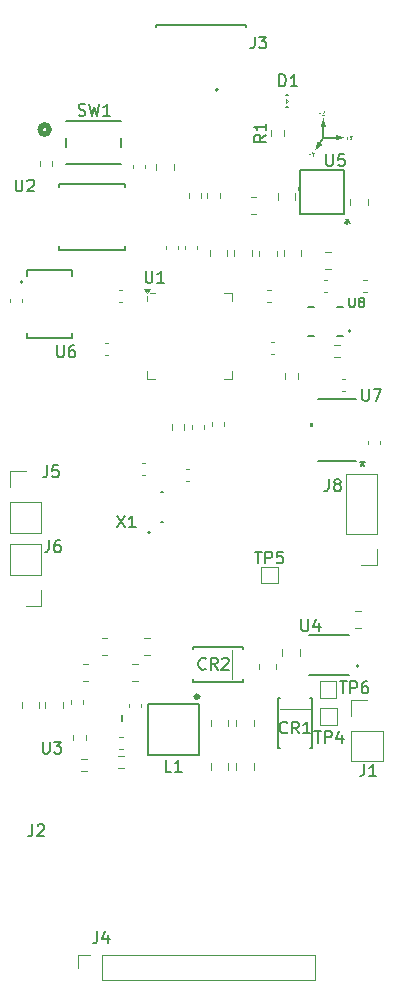
<source format=gbr>
%TF.GenerationSoftware,KiCad,Pcbnew,8.0.7*%
%TF.CreationDate,2025-01-08T02:29:51-05:00*%
%TF.ProjectId,active-drag-system-minimal,61637469-7665-42d6-9472-61672d737973,rev?*%
%TF.SameCoordinates,Original*%
%TF.FileFunction,Legend,Top*%
%TF.FilePolarity,Positive*%
%FSLAX46Y46*%
G04 Gerber Fmt 4.6, Leading zero omitted, Abs format (unit mm)*
G04 Created by KiCad (PCBNEW 8.0.7) date 2025-01-08 02:29:51*
%MOMM*%
%LPD*%
G01*
G04 APERTURE LIST*
%ADD10C,0.150000*%
%ADD11C,0.127000*%
%ADD12C,0.120000*%
%ADD13C,0.152400*%
%ADD14C,0.100000*%
%ADD15C,0.000000*%
%ADD16C,0.200000*%
%ADD17C,0.508000*%
%ADD18C,0.400000*%
G04 APERTURE END LIST*
D10*
X136238095Y-87804819D02*
X136238095Y-88614342D01*
X136238095Y-88614342D02*
X136285714Y-88709580D01*
X136285714Y-88709580D02*
X136333333Y-88757200D01*
X136333333Y-88757200D02*
X136428571Y-88804819D01*
X136428571Y-88804819D02*
X136619047Y-88804819D01*
X136619047Y-88804819D02*
X136714285Y-88757200D01*
X136714285Y-88757200D02*
X136761904Y-88709580D01*
X136761904Y-88709580D02*
X136809523Y-88614342D01*
X136809523Y-88614342D02*
X136809523Y-87804819D01*
X137714285Y-87804819D02*
X137523809Y-87804819D01*
X137523809Y-87804819D02*
X137428571Y-87852438D01*
X137428571Y-87852438D02*
X137380952Y-87900057D01*
X137380952Y-87900057D02*
X137285714Y-88042914D01*
X137285714Y-88042914D02*
X137238095Y-88233390D01*
X137238095Y-88233390D02*
X137238095Y-88614342D01*
X137238095Y-88614342D02*
X137285714Y-88709580D01*
X137285714Y-88709580D02*
X137333333Y-88757200D01*
X137333333Y-88757200D02*
X137428571Y-88804819D01*
X137428571Y-88804819D02*
X137619047Y-88804819D01*
X137619047Y-88804819D02*
X137714285Y-88757200D01*
X137714285Y-88757200D02*
X137761904Y-88709580D01*
X137761904Y-88709580D02*
X137809523Y-88614342D01*
X137809523Y-88614342D02*
X137809523Y-88376247D01*
X137809523Y-88376247D02*
X137761904Y-88281009D01*
X137761904Y-88281009D02*
X137714285Y-88233390D01*
X137714285Y-88233390D02*
X137619047Y-88185771D01*
X137619047Y-88185771D02*
X137428571Y-88185771D01*
X137428571Y-88185771D02*
X137333333Y-88233390D01*
X137333333Y-88233390D02*
X137285714Y-88281009D01*
X137285714Y-88281009D02*
X137238095Y-88376247D01*
X132738095Y-73754819D02*
X132738095Y-74564342D01*
X132738095Y-74564342D02*
X132785714Y-74659580D01*
X132785714Y-74659580D02*
X132833333Y-74707200D01*
X132833333Y-74707200D02*
X132928571Y-74754819D01*
X132928571Y-74754819D02*
X133119047Y-74754819D01*
X133119047Y-74754819D02*
X133214285Y-74707200D01*
X133214285Y-74707200D02*
X133261904Y-74659580D01*
X133261904Y-74659580D02*
X133309523Y-74564342D01*
X133309523Y-74564342D02*
X133309523Y-73754819D01*
X133738095Y-73850057D02*
X133785714Y-73802438D01*
X133785714Y-73802438D02*
X133880952Y-73754819D01*
X133880952Y-73754819D02*
X134119047Y-73754819D01*
X134119047Y-73754819D02*
X134214285Y-73802438D01*
X134214285Y-73802438D02*
X134261904Y-73850057D01*
X134261904Y-73850057D02*
X134309523Y-73945295D01*
X134309523Y-73945295D02*
X134309523Y-74040533D01*
X134309523Y-74040533D02*
X134261904Y-74183390D01*
X134261904Y-74183390D02*
X133690476Y-74754819D01*
X133690476Y-74754819D02*
X134309523Y-74754819D01*
X148833333Y-115159580D02*
X148785714Y-115207200D01*
X148785714Y-115207200D02*
X148642857Y-115254819D01*
X148642857Y-115254819D02*
X148547619Y-115254819D01*
X148547619Y-115254819D02*
X148404762Y-115207200D01*
X148404762Y-115207200D02*
X148309524Y-115111961D01*
X148309524Y-115111961D02*
X148261905Y-115016723D01*
X148261905Y-115016723D02*
X148214286Y-114826247D01*
X148214286Y-114826247D02*
X148214286Y-114683390D01*
X148214286Y-114683390D02*
X148261905Y-114492914D01*
X148261905Y-114492914D02*
X148309524Y-114397676D01*
X148309524Y-114397676D02*
X148404762Y-114302438D01*
X148404762Y-114302438D02*
X148547619Y-114254819D01*
X148547619Y-114254819D02*
X148642857Y-114254819D01*
X148642857Y-114254819D02*
X148785714Y-114302438D01*
X148785714Y-114302438D02*
X148833333Y-114350057D01*
X149833333Y-115254819D02*
X149500000Y-114778628D01*
X149261905Y-115254819D02*
X149261905Y-114254819D01*
X149261905Y-114254819D02*
X149642857Y-114254819D01*
X149642857Y-114254819D02*
X149738095Y-114302438D01*
X149738095Y-114302438D02*
X149785714Y-114350057D01*
X149785714Y-114350057D02*
X149833333Y-114445295D01*
X149833333Y-114445295D02*
X149833333Y-114588152D01*
X149833333Y-114588152D02*
X149785714Y-114683390D01*
X149785714Y-114683390D02*
X149738095Y-114731009D01*
X149738095Y-114731009D02*
X149642857Y-114778628D01*
X149642857Y-114778628D02*
X149261905Y-114778628D01*
X150214286Y-114350057D02*
X150261905Y-114302438D01*
X150261905Y-114302438D02*
X150357143Y-114254819D01*
X150357143Y-114254819D02*
X150595238Y-114254819D01*
X150595238Y-114254819D02*
X150690476Y-114302438D01*
X150690476Y-114302438D02*
X150738095Y-114350057D01*
X150738095Y-114350057D02*
X150785714Y-114445295D01*
X150785714Y-114445295D02*
X150785714Y-114540533D01*
X150785714Y-114540533D02*
X150738095Y-114683390D01*
X150738095Y-114683390D02*
X150166667Y-115254819D01*
X150166667Y-115254819D02*
X150785714Y-115254819D01*
X162088095Y-91504819D02*
X162088095Y-92314342D01*
X162088095Y-92314342D02*
X162135714Y-92409580D01*
X162135714Y-92409580D02*
X162183333Y-92457200D01*
X162183333Y-92457200D02*
X162278571Y-92504819D01*
X162278571Y-92504819D02*
X162469047Y-92504819D01*
X162469047Y-92504819D02*
X162564285Y-92457200D01*
X162564285Y-92457200D02*
X162611904Y-92409580D01*
X162611904Y-92409580D02*
X162659523Y-92314342D01*
X162659523Y-92314342D02*
X162659523Y-91504819D01*
X163040476Y-91504819D02*
X163707142Y-91504819D01*
X163707142Y-91504819D02*
X163278571Y-92504819D01*
X162100000Y-97554819D02*
X162100000Y-97792914D01*
X161861905Y-97697676D02*
X162100000Y-97792914D01*
X162100000Y-97792914D02*
X162338095Y-97697676D01*
X161957143Y-97983390D02*
X162100000Y-97792914D01*
X162100000Y-97792914D02*
X162242857Y-97983390D01*
X160185895Y-116254819D02*
X160757323Y-116254819D01*
X160471609Y-117254819D02*
X160471609Y-116254819D01*
X161090657Y-117254819D02*
X161090657Y-116254819D01*
X161090657Y-116254819D02*
X161471609Y-116254819D01*
X161471609Y-116254819D02*
X161566847Y-116302438D01*
X161566847Y-116302438D02*
X161614466Y-116350057D01*
X161614466Y-116350057D02*
X161662085Y-116445295D01*
X161662085Y-116445295D02*
X161662085Y-116588152D01*
X161662085Y-116588152D02*
X161614466Y-116683390D01*
X161614466Y-116683390D02*
X161566847Y-116731009D01*
X161566847Y-116731009D02*
X161471609Y-116778628D01*
X161471609Y-116778628D02*
X161090657Y-116778628D01*
X162519228Y-116254819D02*
X162328752Y-116254819D01*
X162328752Y-116254819D02*
X162233514Y-116302438D01*
X162233514Y-116302438D02*
X162185895Y-116350057D01*
X162185895Y-116350057D02*
X162090657Y-116492914D01*
X162090657Y-116492914D02*
X162043038Y-116683390D01*
X162043038Y-116683390D02*
X162043038Y-117064342D01*
X162043038Y-117064342D02*
X162090657Y-117159580D01*
X162090657Y-117159580D02*
X162138276Y-117207200D01*
X162138276Y-117207200D02*
X162233514Y-117254819D01*
X162233514Y-117254819D02*
X162423990Y-117254819D01*
X162423990Y-117254819D02*
X162519228Y-117207200D01*
X162519228Y-117207200D02*
X162566847Y-117159580D01*
X162566847Y-117159580D02*
X162614466Y-117064342D01*
X162614466Y-117064342D02*
X162614466Y-116826247D01*
X162614466Y-116826247D02*
X162566847Y-116731009D01*
X162566847Y-116731009D02*
X162519228Y-116683390D01*
X162519228Y-116683390D02*
X162423990Y-116635771D01*
X162423990Y-116635771D02*
X162233514Y-116635771D01*
X162233514Y-116635771D02*
X162138276Y-116683390D01*
X162138276Y-116683390D02*
X162090657Y-116731009D01*
X162090657Y-116731009D02*
X162043038Y-116826247D01*
X135416666Y-97954819D02*
X135416666Y-98669104D01*
X135416666Y-98669104D02*
X135369047Y-98811961D01*
X135369047Y-98811961D02*
X135273809Y-98907200D01*
X135273809Y-98907200D02*
X135130952Y-98954819D01*
X135130952Y-98954819D02*
X135035714Y-98954819D01*
X136369047Y-97954819D02*
X135892857Y-97954819D01*
X135892857Y-97954819D02*
X135845238Y-98431009D01*
X135845238Y-98431009D02*
X135892857Y-98383390D01*
X135892857Y-98383390D02*
X135988095Y-98335771D01*
X135988095Y-98335771D02*
X136226190Y-98335771D01*
X136226190Y-98335771D02*
X136321428Y-98383390D01*
X136321428Y-98383390D02*
X136369047Y-98431009D01*
X136369047Y-98431009D02*
X136416666Y-98526247D01*
X136416666Y-98526247D02*
X136416666Y-98764342D01*
X136416666Y-98764342D02*
X136369047Y-98859580D01*
X136369047Y-98859580D02*
X136321428Y-98907200D01*
X136321428Y-98907200D02*
X136226190Y-98954819D01*
X136226190Y-98954819D02*
X135988095Y-98954819D01*
X135988095Y-98954819D02*
X135892857Y-98907200D01*
X135892857Y-98907200D02*
X135845238Y-98859580D01*
X134166666Y-128354819D02*
X134166666Y-129069104D01*
X134166666Y-129069104D02*
X134119047Y-129211961D01*
X134119047Y-129211961D02*
X134023809Y-129307200D01*
X134023809Y-129307200D02*
X133880952Y-129354819D01*
X133880952Y-129354819D02*
X133785714Y-129354819D01*
X134595238Y-128450057D02*
X134642857Y-128402438D01*
X134642857Y-128402438D02*
X134738095Y-128354819D01*
X134738095Y-128354819D02*
X134976190Y-128354819D01*
X134976190Y-128354819D02*
X135071428Y-128402438D01*
X135071428Y-128402438D02*
X135119047Y-128450057D01*
X135119047Y-128450057D02*
X135166666Y-128545295D01*
X135166666Y-128545295D02*
X135166666Y-128640533D01*
X135166666Y-128640533D02*
X135119047Y-128783390D01*
X135119047Y-128783390D02*
X134547619Y-129354819D01*
X134547619Y-129354819D02*
X135166666Y-129354819D01*
X135566666Y-104304819D02*
X135566666Y-105019104D01*
X135566666Y-105019104D02*
X135519047Y-105161961D01*
X135519047Y-105161961D02*
X135423809Y-105257200D01*
X135423809Y-105257200D02*
X135280952Y-105304819D01*
X135280952Y-105304819D02*
X135185714Y-105304819D01*
X136471428Y-104304819D02*
X136280952Y-104304819D01*
X136280952Y-104304819D02*
X136185714Y-104352438D01*
X136185714Y-104352438D02*
X136138095Y-104400057D01*
X136138095Y-104400057D02*
X136042857Y-104542914D01*
X136042857Y-104542914D02*
X135995238Y-104733390D01*
X135995238Y-104733390D02*
X135995238Y-105114342D01*
X135995238Y-105114342D02*
X136042857Y-105209580D01*
X136042857Y-105209580D02*
X136090476Y-105257200D01*
X136090476Y-105257200D02*
X136185714Y-105304819D01*
X136185714Y-105304819D02*
X136376190Y-105304819D01*
X136376190Y-105304819D02*
X136471428Y-105257200D01*
X136471428Y-105257200D02*
X136519047Y-105209580D01*
X136519047Y-105209580D02*
X136566666Y-105114342D01*
X136566666Y-105114342D02*
X136566666Y-104876247D01*
X136566666Y-104876247D02*
X136519047Y-104781009D01*
X136519047Y-104781009D02*
X136471428Y-104733390D01*
X136471428Y-104733390D02*
X136376190Y-104685771D01*
X136376190Y-104685771D02*
X136185714Y-104685771D01*
X136185714Y-104685771D02*
X136090476Y-104733390D01*
X136090476Y-104733390D02*
X136042857Y-104781009D01*
X136042857Y-104781009D02*
X135995238Y-104876247D01*
X158035895Y-120454819D02*
X158607323Y-120454819D01*
X158321609Y-121454819D02*
X158321609Y-120454819D01*
X158940657Y-121454819D02*
X158940657Y-120454819D01*
X158940657Y-120454819D02*
X159321609Y-120454819D01*
X159321609Y-120454819D02*
X159416847Y-120502438D01*
X159416847Y-120502438D02*
X159464466Y-120550057D01*
X159464466Y-120550057D02*
X159512085Y-120645295D01*
X159512085Y-120645295D02*
X159512085Y-120788152D01*
X159512085Y-120788152D02*
X159464466Y-120883390D01*
X159464466Y-120883390D02*
X159416847Y-120931009D01*
X159416847Y-120931009D02*
X159321609Y-120978628D01*
X159321609Y-120978628D02*
X158940657Y-120978628D01*
X160369228Y-120788152D02*
X160369228Y-121454819D01*
X160131133Y-120407200D02*
X159893038Y-121121485D01*
X159893038Y-121121485D02*
X160512085Y-121121485D01*
X156935895Y-111004819D02*
X156935895Y-111814342D01*
X156935895Y-111814342D02*
X156983514Y-111909580D01*
X156983514Y-111909580D02*
X157031133Y-111957200D01*
X157031133Y-111957200D02*
X157126371Y-112004819D01*
X157126371Y-112004819D02*
X157316847Y-112004819D01*
X157316847Y-112004819D02*
X157412085Y-111957200D01*
X157412085Y-111957200D02*
X157459704Y-111909580D01*
X157459704Y-111909580D02*
X157507323Y-111814342D01*
X157507323Y-111814342D02*
X157507323Y-111004819D01*
X158412085Y-111338152D02*
X158412085Y-112004819D01*
X158173990Y-110957200D02*
X157935895Y-111671485D01*
X157935895Y-111671485D02*
X158554942Y-111671485D01*
X155061905Y-65854819D02*
X155061905Y-64854819D01*
X155061905Y-64854819D02*
X155300000Y-64854819D01*
X155300000Y-64854819D02*
X155442857Y-64902438D01*
X155442857Y-64902438D02*
X155538095Y-64997676D01*
X155538095Y-64997676D02*
X155585714Y-65092914D01*
X155585714Y-65092914D02*
X155633333Y-65283390D01*
X155633333Y-65283390D02*
X155633333Y-65426247D01*
X155633333Y-65426247D02*
X155585714Y-65616723D01*
X155585714Y-65616723D02*
X155538095Y-65711961D01*
X155538095Y-65711961D02*
X155442857Y-65807200D01*
X155442857Y-65807200D02*
X155300000Y-65854819D01*
X155300000Y-65854819D02*
X155061905Y-65854819D01*
X156585714Y-65854819D02*
X156014286Y-65854819D01*
X156300000Y-65854819D02*
X156300000Y-64854819D01*
X156300000Y-64854819D02*
X156204762Y-64997676D01*
X156204762Y-64997676D02*
X156109524Y-65092914D01*
X156109524Y-65092914D02*
X156014286Y-65140533D01*
D11*
X160990476Y-83763491D02*
X160990476Y-84411110D01*
X160990476Y-84411110D02*
X161028571Y-84487300D01*
X161028571Y-84487300D02*
X161066666Y-84525396D01*
X161066666Y-84525396D02*
X161142857Y-84563491D01*
X161142857Y-84563491D02*
X161295238Y-84563491D01*
X161295238Y-84563491D02*
X161371428Y-84525396D01*
X161371428Y-84525396D02*
X161409523Y-84487300D01*
X161409523Y-84487300D02*
X161447619Y-84411110D01*
X161447619Y-84411110D02*
X161447619Y-83763491D01*
X161942856Y-84106348D02*
X161866666Y-84068253D01*
X161866666Y-84068253D02*
X161828571Y-84030157D01*
X161828571Y-84030157D02*
X161790475Y-83953967D01*
X161790475Y-83953967D02*
X161790475Y-83915872D01*
X161790475Y-83915872D02*
X161828571Y-83839681D01*
X161828571Y-83839681D02*
X161866666Y-83801586D01*
X161866666Y-83801586D02*
X161942856Y-83763491D01*
X161942856Y-83763491D02*
X162095237Y-83763491D01*
X162095237Y-83763491D02*
X162171428Y-83801586D01*
X162171428Y-83801586D02*
X162209523Y-83839681D01*
X162209523Y-83839681D02*
X162247618Y-83915872D01*
X162247618Y-83915872D02*
X162247618Y-83953967D01*
X162247618Y-83953967D02*
X162209523Y-84030157D01*
X162209523Y-84030157D02*
X162171428Y-84068253D01*
X162171428Y-84068253D02*
X162095237Y-84106348D01*
X162095237Y-84106348D02*
X161942856Y-84106348D01*
X161942856Y-84106348D02*
X161866666Y-84144443D01*
X161866666Y-84144443D02*
X161828571Y-84182538D01*
X161828571Y-84182538D02*
X161790475Y-84258729D01*
X161790475Y-84258729D02*
X161790475Y-84411110D01*
X161790475Y-84411110D02*
X161828571Y-84487300D01*
X161828571Y-84487300D02*
X161866666Y-84525396D01*
X161866666Y-84525396D02*
X161942856Y-84563491D01*
X161942856Y-84563491D02*
X162095237Y-84563491D01*
X162095237Y-84563491D02*
X162171428Y-84525396D01*
X162171428Y-84525396D02*
X162209523Y-84487300D01*
X162209523Y-84487300D02*
X162247618Y-84411110D01*
X162247618Y-84411110D02*
X162247618Y-84258729D01*
X162247618Y-84258729D02*
X162209523Y-84182538D01*
X162209523Y-84182538D02*
X162171428Y-84144443D01*
X162171428Y-84144443D02*
X162095237Y-84106348D01*
D10*
X141340476Y-102204819D02*
X142007142Y-103204819D01*
X142007142Y-102204819D02*
X141340476Y-103204819D01*
X142911904Y-103204819D02*
X142340476Y-103204819D01*
X142626190Y-103204819D02*
X142626190Y-102204819D01*
X142626190Y-102204819D02*
X142530952Y-102347676D01*
X142530952Y-102347676D02*
X142435714Y-102442914D01*
X142435714Y-102442914D02*
X142340476Y-102490533D01*
X139666666Y-137404819D02*
X139666666Y-138119104D01*
X139666666Y-138119104D02*
X139619047Y-138261961D01*
X139619047Y-138261961D02*
X139523809Y-138357200D01*
X139523809Y-138357200D02*
X139380952Y-138404819D01*
X139380952Y-138404819D02*
X139285714Y-138404819D01*
X140571428Y-137738152D02*
X140571428Y-138404819D01*
X140333333Y-137357200D02*
X140095238Y-138071485D01*
X140095238Y-138071485D02*
X140714285Y-138071485D01*
X135038095Y-121354819D02*
X135038095Y-122164342D01*
X135038095Y-122164342D02*
X135085714Y-122259580D01*
X135085714Y-122259580D02*
X135133333Y-122307200D01*
X135133333Y-122307200D02*
X135228571Y-122354819D01*
X135228571Y-122354819D02*
X135419047Y-122354819D01*
X135419047Y-122354819D02*
X135514285Y-122307200D01*
X135514285Y-122307200D02*
X135561904Y-122259580D01*
X135561904Y-122259580D02*
X135609523Y-122164342D01*
X135609523Y-122164342D02*
X135609523Y-121354819D01*
X135990476Y-121354819D02*
X136609523Y-121354819D01*
X136609523Y-121354819D02*
X136276190Y-121735771D01*
X136276190Y-121735771D02*
X136419047Y-121735771D01*
X136419047Y-121735771D02*
X136514285Y-121783390D01*
X136514285Y-121783390D02*
X136561904Y-121831009D01*
X136561904Y-121831009D02*
X136609523Y-121926247D01*
X136609523Y-121926247D02*
X136609523Y-122164342D01*
X136609523Y-122164342D02*
X136561904Y-122259580D01*
X136561904Y-122259580D02*
X136514285Y-122307200D01*
X136514285Y-122307200D02*
X136419047Y-122354819D01*
X136419047Y-122354819D02*
X136133333Y-122354819D01*
X136133333Y-122354819D02*
X136038095Y-122307200D01*
X136038095Y-122307200D02*
X135990476Y-122259580D01*
X138066667Y-68307200D02*
X138209524Y-68354819D01*
X138209524Y-68354819D02*
X138447619Y-68354819D01*
X138447619Y-68354819D02*
X138542857Y-68307200D01*
X138542857Y-68307200D02*
X138590476Y-68259580D01*
X138590476Y-68259580D02*
X138638095Y-68164342D01*
X138638095Y-68164342D02*
X138638095Y-68069104D01*
X138638095Y-68069104D02*
X138590476Y-67973866D01*
X138590476Y-67973866D02*
X138542857Y-67926247D01*
X138542857Y-67926247D02*
X138447619Y-67878628D01*
X138447619Y-67878628D02*
X138257143Y-67831009D01*
X138257143Y-67831009D02*
X138161905Y-67783390D01*
X138161905Y-67783390D02*
X138114286Y-67735771D01*
X138114286Y-67735771D02*
X138066667Y-67640533D01*
X138066667Y-67640533D02*
X138066667Y-67545295D01*
X138066667Y-67545295D02*
X138114286Y-67450057D01*
X138114286Y-67450057D02*
X138161905Y-67402438D01*
X138161905Y-67402438D02*
X138257143Y-67354819D01*
X138257143Y-67354819D02*
X138495238Y-67354819D01*
X138495238Y-67354819D02*
X138638095Y-67402438D01*
X138971429Y-67354819D02*
X139209524Y-68354819D01*
X139209524Y-68354819D02*
X139400000Y-67640533D01*
X139400000Y-67640533D02*
X139590476Y-68354819D01*
X139590476Y-68354819D02*
X139828572Y-67354819D01*
X140733333Y-68354819D02*
X140161905Y-68354819D01*
X140447619Y-68354819D02*
X140447619Y-67354819D01*
X140447619Y-67354819D02*
X140352381Y-67497676D01*
X140352381Y-67497676D02*
X140257143Y-67592914D01*
X140257143Y-67592914D02*
X140161905Y-67640533D01*
X143738095Y-81504819D02*
X143738095Y-82314342D01*
X143738095Y-82314342D02*
X143785714Y-82409580D01*
X143785714Y-82409580D02*
X143833333Y-82457200D01*
X143833333Y-82457200D02*
X143928571Y-82504819D01*
X143928571Y-82504819D02*
X144119047Y-82504819D01*
X144119047Y-82504819D02*
X144214285Y-82457200D01*
X144214285Y-82457200D02*
X144261904Y-82409580D01*
X144261904Y-82409580D02*
X144309523Y-82314342D01*
X144309523Y-82314342D02*
X144309523Y-81504819D01*
X145309523Y-82504819D02*
X144738095Y-82504819D01*
X145023809Y-82504819D02*
X145023809Y-81504819D01*
X145023809Y-81504819D02*
X144928571Y-81647676D01*
X144928571Y-81647676D02*
X144833333Y-81742914D01*
X144833333Y-81742914D02*
X144738095Y-81790533D01*
X145931133Y-123904819D02*
X145454943Y-123904819D01*
X145454943Y-123904819D02*
X145454943Y-122904819D01*
X146788276Y-123904819D02*
X146216848Y-123904819D01*
X146502562Y-123904819D02*
X146502562Y-122904819D01*
X146502562Y-122904819D02*
X146407324Y-123047676D01*
X146407324Y-123047676D02*
X146312086Y-123142914D01*
X146312086Y-123142914D02*
X146216848Y-123190533D01*
X162266666Y-123254819D02*
X162266666Y-123969104D01*
X162266666Y-123969104D02*
X162219047Y-124111961D01*
X162219047Y-124111961D02*
X162123809Y-124207200D01*
X162123809Y-124207200D02*
X161980952Y-124254819D01*
X161980952Y-124254819D02*
X161885714Y-124254819D01*
X163266666Y-124254819D02*
X162695238Y-124254819D01*
X162980952Y-124254819D02*
X162980952Y-123254819D01*
X162980952Y-123254819D02*
X162885714Y-123397676D01*
X162885714Y-123397676D02*
X162790476Y-123492914D01*
X162790476Y-123492914D02*
X162695238Y-123540533D01*
X159266666Y-99134819D02*
X159266666Y-99849104D01*
X159266666Y-99849104D02*
X159219047Y-99991961D01*
X159219047Y-99991961D02*
X159123809Y-100087200D01*
X159123809Y-100087200D02*
X158980952Y-100134819D01*
X158980952Y-100134819D02*
X158885714Y-100134819D01*
X159885714Y-99563390D02*
X159790476Y-99515771D01*
X159790476Y-99515771D02*
X159742857Y-99468152D01*
X159742857Y-99468152D02*
X159695238Y-99372914D01*
X159695238Y-99372914D02*
X159695238Y-99325295D01*
X159695238Y-99325295D02*
X159742857Y-99230057D01*
X159742857Y-99230057D02*
X159790476Y-99182438D01*
X159790476Y-99182438D02*
X159885714Y-99134819D01*
X159885714Y-99134819D02*
X160076190Y-99134819D01*
X160076190Y-99134819D02*
X160171428Y-99182438D01*
X160171428Y-99182438D02*
X160219047Y-99230057D01*
X160219047Y-99230057D02*
X160266666Y-99325295D01*
X160266666Y-99325295D02*
X160266666Y-99372914D01*
X160266666Y-99372914D02*
X160219047Y-99468152D01*
X160219047Y-99468152D02*
X160171428Y-99515771D01*
X160171428Y-99515771D02*
X160076190Y-99563390D01*
X160076190Y-99563390D02*
X159885714Y-99563390D01*
X159885714Y-99563390D02*
X159790476Y-99611009D01*
X159790476Y-99611009D02*
X159742857Y-99658628D01*
X159742857Y-99658628D02*
X159695238Y-99753866D01*
X159695238Y-99753866D02*
X159695238Y-99944342D01*
X159695238Y-99944342D02*
X159742857Y-100039580D01*
X159742857Y-100039580D02*
X159790476Y-100087200D01*
X159790476Y-100087200D02*
X159885714Y-100134819D01*
X159885714Y-100134819D02*
X160076190Y-100134819D01*
X160076190Y-100134819D02*
X160171428Y-100087200D01*
X160171428Y-100087200D02*
X160219047Y-100039580D01*
X160219047Y-100039580D02*
X160266666Y-99944342D01*
X160266666Y-99944342D02*
X160266666Y-99753866D01*
X160266666Y-99753866D02*
X160219047Y-99658628D01*
X160219047Y-99658628D02*
X160171428Y-99611009D01*
X160171428Y-99611009D02*
X160076190Y-99563390D01*
X152988095Y-105256819D02*
X153559523Y-105256819D01*
X153273809Y-106256819D02*
X153273809Y-105256819D01*
X153892857Y-106256819D02*
X153892857Y-105256819D01*
X153892857Y-105256819D02*
X154273809Y-105256819D01*
X154273809Y-105256819D02*
X154369047Y-105304438D01*
X154369047Y-105304438D02*
X154416666Y-105352057D01*
X154416666Y-105352057D02*
X154464285Y-105447295D01*
X154464285Y-105447295D02*
X154464285Y-105590152D01*
X154464285Y-105590152D02*
X154416666Y-105685390D01*
X154416666Y-105685390D02*
X154369047Y-105733009D01*
X154369047Y-105733009D02*
X154273809Y-105780628D01*
X154273809Y-105780628D02*
X153892857Y-105780628D01*
X155369047Y-105256819D02*
X154892857Y-105256819D01*
X154892857Y-105256819D02*
X154845238Y-105733009D01*
X154845238Y-105733009D02*
X154892857Y-105685390D01*
X154892857Y-105685390D02*
X154988095Y-105637771D01*
X154988095Y-105637771D02*
X155226190Y-105637771D01*
X155226190Y-105637771D02*
X155321428Y-105685390D01*
X155321428Y-105685390D02*
X155369047Y-105733009D01*
X155369047Y-105733009D02*
X155416666Y-105828247D01*
X155416666Y-105828247D02*
X155416666Y-106066342D01*
X155416666Y-106066342D02*
X155369047Y-106161580D01*
X155369047Y-106161580D02*
X155321428Y-106209200D01*
X155321428Y-106209200D02*
X155226190Y-106256819D01*
X155226190Y-106256819D02*
X154988095Y-106256819D01*
X154988095Y-106256819D02*
X154892857Y-106209200D01*
X154892857Y-106209200D02*
X154845238Y-106161580D01*
X152966666Y-61654819D02*
X152966666Y-62369104D01*
X152966666Y-62369104D02*
X152919047Y-62511961D01*
X152919047Y-62511961D02*
X152823809Y-62607200D01*
X152823809Y-62607200D02*
X152680952Y-62654819D01*
X152680952Y-62654819D02*
X152585714Y-62654819D01*
X153347619Y-61654819D02*
X153966666Y-61654819D01*
X153966666Y-61654819D02*
X153633333Y-62035771D01*
X153633333Y-62035771D02*
X153776190Y-62035771D01*
X153776190Y-62035771D02*
X153871428Y-62083390D01*
X153871428Y-62083390D02*
X153919047Y-62131009D01*
X153919047Y-62131009D02*
X153966666Y-62226247D01*
X153966666Y-62226247D02*
X153966666Y-62464342D01*
X153966666Y-62464342D02*
X153919047Y-62559580D01*
X153919047Y-62559580D02*
X153871428Y-62607200D01*
X153871428Y-62607200D02*
X153776190Y-62654819D01*
X153776190Y-62654819D02*
X153490476Y-62654819D01*
X153490476Y-62654819D02*
X153395238Y-62607200D01*
X153395238Y-62607200D02*
X153347619Y-62559580D01*
X153924819Y-69966666D02*
X153448628Y-70299999D01*
X153924819Y-70538094D02*
X152924819Y-70538094D01*
X152924819Y-70538094D02*
X152924819Y-70157142D01*
X152924819Y-70157142D02*
X152972438Y-70061904D01*
X152972438Y-70061904D02*
X153020057Y-70014285D01*
X153020057Y-70014285D02*
X153115295Y-69966666D01*
X153115295Y-69966666D02*
X153258152Y-69966666D01*
X153258152Y-69966666D02*
X153353390Y-70014285D01*
X153353390Y-70014285D02*
X153401009Y-70061904D01*
X153401009Y-70061904D02*
X153448628Y-70157142D01*
X153448628Y-70157142D02*
X153448628Y-70538094D01*
X153924819Y-69014285D02*
X153924819Y-69585713D01*
X153924819Y-69299999D02*
X152924819Y-69299999D01*
X152924819Y-69299999D02*
X153067676Y-69395237D01*
X153067676Y-69395237D02*
X153162914Y-69490475D01*
X153162914Y-69490475D02*
X153210533Y-69585713D01*
X155731133Y-120559580D02*
X155683514Y-120607200D01*
X155683514Y-120607200D02*
X155540657Y-120654819D01*
X155540657Y-120654819D02*
X155445419Y-120654819D01*
X155445419Y-120654819D02*
X155302562Y-120607200D01*
X155302562Y-120607200D02*
X155207324Y-120511961D01*
X155207324Y-120511961D02*
X155159705Y-120416723D01*
X155159705Y-120416723D02*
X155112086Y-120226247D01*
X155112086Y-120226247D02*
X155112086Y-120083390D01*
X155112086Y-120083390D02*
X155159705Y-119892914D01*
X155159705Y-119892914D02*
X155207324Y-119797676D01*
X155207324Y-119797676D02*
X155302562Y-119702438D01*
X155302562Y-119702438D02*
X155445419Y-119654819D01*
X155445419Y-119654819D02*
X155540657Y-119654819D01*
X155540657Y-119654819D02*
X155683514Y-119702438D01*
X155683514Y-119702438D02*
X155731133Y-119750057D01*
X156731133Y-120654819D02*
X156397800Y-120178628D01*
X156159705Y-120654819D02*
X156159705Y-119654819D01*
X156159705Y-119654819D02*
X156540657Y-119654819D01*
X156540657Y-119654819D02*
X156635895Y-119702438D01*
X156635895Y-119702438D02*
X156683514Y-119750057D01*
X156683514Y-119750057D02*
X156731133Y-119845295D01*
X156731133Y-119845295D02*
X156731133Y-119988152D01*
X156731133Y-119988152D02*
X156683514Y-120083390D01*
X156683514Y-120083390D02*
X156635895Y-120131009D01*
X156635895Y-120131009D02*
X156540657Y-120178628D01*
X156540657Y-120178628D02*
X156159705Y-120178628D01*
X157683514Y-120654819D02*
X157112086Y-120654819D01*
X157397800Y-120654819D02*
X157397800Y-119654819D01*
X157397800Y-119654819D02*
X157302562Y-119797676D01*
X157302562Y-119797676D02*
X157207324Y-119892914D01*
X157207324Y-119892914D02*
X157112086Y-119940533D01*
X159038095Y-71604819D02*
X159038095Y-72414342D01*
X159038095Y-72414342D02*
X159085714Y-72509580D01*
X159085714Y-72509580D02*
X159133333Y-72557200D01*
X159133333Y-72557200D02*
X159228571Y-72604819D01*
X159228571Y-72604819D02*
X159419047Y-72604819D01*
X159419047Y-72604819D02*
X159514285Y-72557200D01*
X159514285Y-72557200D02*
X159561904Y-72509580D01*
X159561904Y-72509580D02*
X159609523Y-72414342D01*
X159609523Y-72414342D02*
X159609523Y-71604819D01*
X160561904Y-71604819D02*
X160085714Y-71604819D01*
X160085714Y-71604819D02*
X160038095Y-72081009D01*
X160038095Y-72081009D02*
X160085714Y-72033390D01*
X160085714Y-72033390D02*
X160180952Y-71985771D01*
X160180952Y-71985771D02*
X160419047Y-71985771D01*
X160419047Y-71985771D02*
X160514285Y-72033390D01*
X160514285Y-72033390D02*
X160561904Y-72081009D01*
X160561904Y-72081009D02*
X160609523Y-72176247D01*
X160609523Y-72176247D02*
X160609523Y-72414342D01*
X160609523Y-72414342D02*
X160561904Y-72509580D01*
X160561904Y-72509580D02*
X160514285Y-72557200D01*
X160514285Y-72557200D02*
X160419047Y-72604819D01*
X160419047Y-72604819D02*
X160180952Y-72604819D01*
X160180952Y-72604819D02*
X160085714Y-72557200D01*
X160085714Y-72557200D02*
X160038095Y-72509580D01*
X160838599Y-77545180D02*
X160838599Y-77307085D01*
X161076694Y-77402323D02*
X160838599Y-77307085D01*
X160838599Y-77307085D02*
X160600504Y-77402323D01*
X160981456Y-77116609D02*
X160838599Y-77307085D01*
X160838599Y-77307085D02*
X160695742Y-77116609D01*
D12*
%TO.C,C29*%
X161065000Y-75911252D02*
X161065000Y-75388748D01*
X162535000Y-75911252D02*
X162535000Y-75388748D01*
D13*
%TO.C,U6*%
X133720400Y-81417100D02*
X133720400Y-81883148D01*
X133720400Y-86716852D02*
X133720400Y-87182900D01*
X133720400Y-87182900D02*
X137479600Y-87182900D01*
X137479600Y-81417100D02*
X133720400Y-81417100D01*
X137479600Y-81883148D02*
X137479600Y-81417100D01*
X137479600Y-87182900D02*
X137479600Y-86716852D01*
X133303500Y-82425000D02*
G75*
G02*
X133151100Y-82425000I-76200J0D01*
G01*
X133151100Y-82425000D02*
G75*
G02*
X133303500Y-82425000I76200J0D01*
G01*
D12*
%TO.C,C32*%
X162540000Y-96190580D02*
X162540000Y-95909420D01*
X163560000Y-96190580D02*
X163560000Y-95909420D01*
%TO.C,R8*%
X145977500Y-94487742D02*
X145977500Y-94962258D01*
X147022500Y-94487742D02*
X147022500Y-94962258D01*
D13*
%TO.C,U2*%
X136406000Y-74106000D02*
X136406000Y-74407656D01*
X136406000Y-79392344D02*
X136406000Y-79694000D01*
X136406000Y-79694000D02*
X141994000Y-79694000D01*
X141994000Y-74106000D02*
X136406000Y-74106000D01*
X141994000Y-74407656D02*
X141994000Y-74106000D01*
X141994000Y-79694000D02*
X141994000Y-79392344D01*
%TO.C,CR2*%
X147729100Y-113326800D02*
X147729100Y-113514760D01*
X147729100Y-116085240D02*
X147729100Y-116273200D01*
X147729100Y-116273200D02*
X151970900Y-116273200D01*
D14*
X151100000Y-116050000D02*
X151100000Y-113550000D01*
D13*
X151970900Y-113326800D02*
X147729100Y-113326800D01*
X151970900Y-113514760D02*
X151970900Y-113326800D01*
X151970900Y-116273200D02*
X151970900Y-116085240D01*
%TO.C,U7*%
X158323000Y-97558502D02*
X161577000Y-97558502D01*
X161577000Y-92304502D02*
X158323000Y-92304502D01*
D15*
G36*
X157918599Y-94722003D02*
G01*
X157664599Y-94722003D01*
X157664599Y-94341003D01*
X157918599Y-94341003D01*
X157918599Y-94722003D01*
G37*
D12*
%TO.C,C13*%
X144665000Y-72961252D02*
X144665000Y-72438748D01*
X146135000Y-72961252D02*
X146135000Y-72438748D01*
%TO.C,R12*%
X140027037Y-112565126D02*
X140481165Y-112565126D01*
X140027037Y-114035126D02*
X140481165Y-114035126D01*
%TO.C,C19*%
X137444101Y-117859546D02*
X137444101Y-118140706D01*
X138464101Y-117859546D02*
X138464101Y-118140706D01*
%TO.C,R9*%
X134777500Y-72162742D02*
X134777500Y-72637258D01*
X135822500Y-72162742D02*
X135822500Y-72637258D01*
%TO.C,R11*%
X141416843Y-122577626D02*
X141891359Y-122577626D01*
X141416843Y-123622626D02*
X141891359Y-123622626D01*
%TO.C,C31*%
X162184420Y-82290000D02*
X162465580Y-82290000D01*
X162184420Y-83310000D02*
X162465580Y-83310000D01*
%TO.C,TP6*%
X158497800Y-116250000D02*
X159897800Y-116250000D01*
X158497800Y-117650000D02*
X158497800Y-116250000D01*
X159897800Y-116250000D02*
X159897800Y-117650000D01*
X159897800Y-117650000D02*
X158497800Y-117650000D01*
%TO.C,C22*%
X151440887Y-123188748D02*
X151440887Y-123711252D01*
X152910887Y-123188748D02*
X152910887Y-123711252D01*
%TO.C,C20*%
X149240887Y-120061252D02*
X149240887Y-119538748D01*
X150710887Y-120061252D02*
X150710887Y-119538748D01*
%TO.C,J5*%
X132270000Y-98445000D02*
X133600000Y-98445000D01*
X132270000Y-99775000D02*
X132270000Y-98445000D01*
X132270000Y-101045000D02*
X132270000Y-103645000D01*
X132270000Y-101045000D02*
X134930000Y-101045000D01*
X132270000Y-103645000D02*
X134930000Y-103645000D01*
X134930000Y-101045000D02*
X134930000Y-103645000D01*
%TO.C,R6*%
X160212258Y-87777500D02*
X159737742Y-87777500D01*
X160212258Y-88822500D02*
X159737742Y-88822500D01*
%TO.C,R3*%
X147377500Y-74862742D02*
X147377500Y-75337258D01*
X148422500Y-74862742D02*
X148422500Y-75337258D01*
%TO.C,C10*%
X143690580Y-97790000D02*
X143409420Y-97790000D01*
X143690580Y-98810000D02*
X143409420Y-98810000D01*
%TO.C,C16*%
X142344101Y-118159546D02*
X142344101Y-118440706D01*
X143364101Y-118159546D02*
X143364101Y-118440706D01*
%TO.C,R13*%
X143081165Y-114765126D02*
X142627037Y-114765126D01*
X143081165Y-116235126D02*
X142627037Y-116235126D01*
%TO.C,C30*%
X154915000Y-74938748D02*
X154915000Y-75461252D01*
X156385000Y-74938748D02*
X156385000Y-75461252D01*
%TO.C,J6*%
X132270000Y-107255000D02*
X132270000Y-104655000D01*
X134930000Y-104655000D02*
X132270000Y-104655000D01*
X134930000Y-107255000D02*
X132270000Y-107255000D01*
X134930000Y-107255000D02*
X134930000Y-104655000D01*
X134930000Y-108525000D02*
X134930000Y-109855000D01*
X134930000Y-109855000D02*
X133600000Y-109855000D01*
%TO.C,C33*%
X158859420Y-82290000D02*
X159140580Y-82290000D01*
X158859420Y-83310000D02*
X159140580Y-83310000D01*
%TO.C,C26*%
X155314400Y-114061252D02*
X155314400Y-113538748D01*
X156784400Y-114061252D02*
X156784400Y-113538748D01*
%TO.C,C5*%
X155465000Y-80261252D02*
X155465000Y-79738748D01*
X156935000Y-80261252D02*
X156935000Y-79738748D01*
%TO.C,C9*%
X154359420Y-87490000D02*
X154640580Y-87490000D01*
X154359420Y-88510000D02*
X154640580Y-88510000D01*
%TO.C,TP4*%
X158547800Y-118500000D02*
X159947800Y-118500000D01*
X158547800Y-119900000D02*
X158547800Y-118500000D01*
X159947800Y-118500000D02*
X159947800Y-119900000D01*
X159947800Y-119900000D02*
X158547800Y-119900000D01*
%TO.C,C24*%
X141513521Y-120990126D02*
X141794681Y-120990126D01*
X141513521Y-122010126D02*
X141794681Y-122010126D01*
%TO.C,C8*%
X140565580Y-87590000D02*
X140284420Y-87590000D01*
X140565580Y-88610000D02*
X140284420Y-88610000D01*
D13*
%TO.C,U4*%
X157573600Y-115676400D02*
X160926400Y-115676400D01*
X160926400Y-112323600D02*
X157573600Y-112323600D01*
X161757000Y-114950000D02*
G75*
G02*
X161604600Y-114950000I-76200J0D01*
G01*
X161604600Y-114950000D02*
G75*
G02*
X161757000Y-114950000I76200J0D01*
G01*
D14*
%TO.C,D1*%
X155590000Y-66950000D02*
X155830000Y-67100000D01*
X155590000Y-67240000D02*
X155590000Y-66950000D01*
D16*
X155600000Y-66600000D02*
X155800000Y-66600000D01*
X155800000Y-67600000D02*
X155600000Y-67600000D01*
D14*
X155830000Y-67100000D02*
X155590000Y-67240000D01*
D12*
%TO.C,R5*%
X155577500Y-90637258D02*
X155577500Y-90162742D01*
X156622500Y-90637258D02*
X156622500Y-90162742D01*
D11*
%TO.C,U8*%
X157500000Y-84540000D02*
X158010000Y-84540000D01*
X158010000Y-87040000D02*
X157500000Y-87040000D01*
X160500000Y-84540000D02*
X159990000Y-84540000D01*
X160500000Y-87040000D02*
X159990000Y-87040000D01*
D16*
X161100000Y-86590000D02*
G75*
G02*
X160900000Y-86590000I-100000J0D01*
G01*
X160900000Y-86590000D02*
G75*
G02*
X161100000Y-86590000I100000J0D01*
G01*
D12*
%TO.C,C15*%
X149390000Y-94309420D02*
X149390000Y-94590580D01*
X150410000Y-94309420D02*
X150410000Y-94590580D01*
%TO.C,R14*%
X138791359Y-122777626D02*
X138316843Y-122777626D01*
X138791359Y-123822626D02*
X138316843Y-123822626D01*
%TO.C,C3*%
X149165000Y-80211252D02*
X149165000Y-79688748D01*
X150635000Y-80211252D02*
X150635000Y-79688748D01*
%TO.C,C2*%
X145490000Y-79640580D02*
X145490000Y-79359420D01*
X146510000Y-79640580D02*
X146510000Y-79359420D01*
%TO.C,C21*%
X149240887Y-123188748D02*
X149240887Y-123711252D01*
X150710887Y-123188748D02*
X150710887Y-123711252D01*
%TO.C,C18*%
X133265000Y-117988748D02*
X133265000Y-118511252D01*
X134735000Y-117988748D02*
X134735000Y-118511252D01*
D11*
%TO.C,X1*%
X145070000Y-100250000D02*
X145230000Y-100250000D01*
X145070000Y-102750000D02*
X145230000Y-102750000D01*
D16*
X144150000Y-103650000D02*
G75*
G02*
X143950000Y-103650000I-100000J0D01*
G01*
X143950000Y-103650000D02*
G75*
G02*
X144150000Y-103650000I100000J0D01*
G01*
D12*
%TO.C,C6*%
X141740580Y-83090000D02*
X141459420Y-83090000D01*
X141740580Y-84110000D02*
X141459420Y-84110000D01*
%TO.C,J4*%
X137990000Y-139440000D02*
X139050000Y-139440000D01*
X137990000Y-140500000D02*
X137990000Y-139440000D01*
X140050000Y-139440000D02*
X158110000Y-139440000D01*
X140050000Y-141560000D02*
X140050000Y-139440000D01*
X140050000Y-141560000D02*
X158110000Y-141560000D01*
X158110000Y-141560000D02*
X158110000Y-139440000D01*
%TO.C,C35*%
X160640580Y-90640000D02*
X160359420Y-90640000D01*
X160640580Y-91660000D02*
X160359420Y-91660000D01*
D13*
%TO.C,U3*%
X141735201Y-119059866D02*
X141735201Y-119559849D01*
D12*
%TO.C,C4*%
X151265000Y-80261252D02*
X151265000Y-79738748D01*
X152735000Y-80261252D02*
X152735000Y-79738748D01*
D13*
%TO.C,SW1*%
X136975900Y-70213341D02*
X136975900Y-70986659D01*
X136975900Y-72428800D02*
X141624100Y-72428800D01*
X141624100Y-68771200D02*
X136975900Y-68771200D01*
X141624100Y-70986659D02*
X141624100Y-70213341D01*
D17*
X135578900Y-69525000D02*
G75*
G02*
X134816900Y-69525000I-381000J0D01*
G01*
X134816900Y-69525000D02*
G75*
G02*
X135578900Y-69525000I381000J0D01*
G01*
D12*
%TO.C,U1*%
X143852500Y-84040000D02*
X143852500Y-83630000D01*
X143852500Y-90610000D02*
X143852500Y-89960000D01*
X144502500Y-83390000D02*
X144152500Y-83390000D01*
X144502500Y-90610000D02*
X143852500Y-90610000D01*
X150422500Y-83390000D02*
X151072500Y-83390000D01*
X150422500Y-90610000D02*
X151072500Y-90610000D01*
X151072500Y-83390000D02*
X151072500Y-84040000D01*
X151072500Y-90610000D02*
X151072500Y-89960000D01*
X143852500Y-83390000D02*
X143612500Y-83060000D01*
X144092500Y-83060000D01*
X143852500Y-83390000D01*
G36*
X143852500Y-83390000D02*
G01*
X143612500Y-83060000D01*
X144092500Y-83060000D01*
X143852500Y-83390000D01*
G37*
%TO.C,C23*%
X151440887Y-120011252D02*
X151440887Y-119488748D01*
X152910887Y-120011252D02*
X152910887Y-119488748D01*
D16*
%TO.C,L1*%
X143947800Y-118200000D02*
X148247800Y-118200000D01*
X143947800Y-122500000D02*
X143947800Y-118200000D01*
X148247800Y-118200000D02*
X148247800Y-122500000D01*
X148247800Y-122500000D02*
X143947800Y-122500000D01*
D18*
X148197800Y-117550000D02*
G75*
G02*
X147997800Y-117550000I-100000J0D01*
G01*
X147997800Y-117550000D02*
G75*
G02*
X148197800Y-117550000I100000J0D01*
G01*
D12*
%TO.C,C1*%
X147090000Y-79640580D02*
X147090000Y-79359420D01*
X148110000Y-79640580D02*
X148110000Y-79359420D01*
%TO.C,C17*%
X135265000Y-117988748D02*
X135265000Y-118511252D01*
X136735000Y-117988748D02*
X136735000Y-118511252D01*
%TO.C,J1*%
X161170000Y-117830000D02*
X162500000Y-117830000D01*
X161170000Y-119160000D02*
X161170000Y-117830000D01*
X161170000Y-120430000D02*
X161170000Y-123030000D01*
X161170000Y-120430000D02*
X163830000Y-120430000D01*
X161170000Y-123030000D02*
X163830000Y-123030000D01*
X163830000Y-120430000D02*
X163830000Y-123030000D01*
%TO.C,J8*%
X160670000Y-103810000D02*
X160670000Y-98670000D01*
X163330000Y-98670000D02*
X160670000Y-98670000D01*
X163330000Y-103810000D02*
X160670000Y-103810000D01*
X163330000Y-103810000D02*
X163330000Y-98670000D01*
X163330000Y-105080000D02*
X163330000Y-106410000D01*
X163330000Y-106410000D02*
X162000000Y-106410000D01*
%TO.C,TP5*%
X153550000Y-106550000D02*
X154950000Y-106550000D01*
X153550000Y-107950000D02*
X153550000Y-106550000D01*
X154950000Y-106550000D02*
X154950000Y-107950000D01*
X154950000Y-107950000D02*
X153550000Y-107950000D01*
%TO.C,R16*%
X153314400Y-115227064D02*
X153314400Y-114772936D01*
X154784400Y-115227064D02*
X154784400Y-114772936D01*
D11*
%TO.C,J3*%
X144650000Y-60650000D02*
X144650000Y-60880000D01*
X152250000Y-60650000D02*
X144650000Y-60650000D01*
X152250000Y-60650000D02*
X152250000Y-60880000D01*
D16*
X149850000Y-66150000D02*
G75*
G02*
X149650000Y-66150000I-100000J0D01*
G01*
X149650000Y-66150000D02*
G75*
G02*
X149850000Y-66150000I100000J0D01*
G01*
D12*
%TO.C,C28*%
X132290000Y-83859420D02*
X132290000Y-84140580D01*
X133310000Y-83859420D02*
X133310000Y-84140580D01*
%TO.C,R7*%
X153365000Y-79772936D02*
X153365000Y-80227064D01*
X154835000Y-79772936D02*
X154835000Y-80227064D01*
%TO.C,C34*%
X158938748Y-79865000D02*
X159461252Y-79865000D01*
X158938748Y-81335000D02*
X159461252Y-81335000D01*
%TO.C,C11*%
X147159420Y-98290000D02*
X147440580Y-98290000D01*
X147159420Y-99310000D02*
X147440580Y-99310000D01*
%TO.C,R2*%
X152672936Y-75215000D02*
X153127064Y-75215000D01*
X152672936Y-76685000D02*
X153127064Y-76685000D01*
%TO.C,R1*%
X154377500Y-70054724D02*
X154377500Y-69545276D01*
X155422500Y-70054724D02*
X155422500Y-69545276D01*
%TO.C,R4*%
X148977500Y-74862742D02*
X148977500Y-75337258D01*
X150022500Y-74862742D02*
X150022500Y-75337258D01*
D15*
%TO.C,G\u002A\u002A\u002A*%
G36*
X158100520Y-71430476D02*
G01*
X158105244Y-71443081D01*
X158098214Y-71469486D01*
X158078452Y-71514107D01*
X158055591Y-71560396D01*
X158024031Y-71630626D01*
X158007837Y-71688459D01*
X158003815Y-71737545D01*
X158002273Y-71782045D01*
X157995721Y-71804292D01*
X157981272Y-71811542D01*
X157974228Y-71811881D01*
X157956516Y-71808007D01*
X157947662Y-71791546D01*
X157944776Y-71755243D01*
X157944642Y-71737545D01*
X157939375Y-71681777D01*
X157921491Y-71623015D01*
X157892865Y-71560396D01*
X157863256Y-71499793D01*
X157847086Y-71460611D01*
X157843379Y-71438434D01*
X157851159Y-71428845D01*
X157863439Y-71427256D01*
X157881435Y-71439665D01*
X157905389Y-71472034D01*
X157925694Y-71508619D01*
X157947932Y-71551324D01*
X157965746Y-71580788D01*
X157974228Y-71589982D01*
X157984736Y-71577792D01*
X158003416Y-71546077D01*
X158022762Y-71508619D01*
X158047434Y-71465263D01*
X158070750Y-71435854D01*
X158085017Y-71427256D01*
X158100520Y-71430476D01*
G37*
G36*
X158526141Y-68044566D02*
G01*
X158534696Y-68064622D01*
X158536371Y-68098776D01*
X158537913Y-68136659D01*
X158547633Y-68153494D01*
X158573177Y-68157814D01*
X158589380Y-68157949D01*
X158626013Y-68163505D01*
X158636855Y-68176229D01*
X158622649Y-68190201D01*
X158584151Y-68199505D01*
X158552943Y-68206051D01*
X158538753Y-68223699D01*
X158533514Y-68257535D01*
X158524475Y-68298760D01*
X158508178Y-68318045D01*
X158487872Y-68311616D01*
X158487369Y-68311121D01*
X158480329Y-68290540D01*
X158477207Y-68254623D01*
X158477198Y-68252577D01*
X158473874Y-68218826D01*
X158457885Y-68204245D01*
X158430260Y-68199568D01*
X158391482Y-68190324D01*
X158376758Y-68176439D01*
X158386935Y-68163715D01*
X158422859Y-68157954D01*
X158424189Y-68157949D01*
X158458126Y-68156229D01*
X158473207Y-68145378D01*
X158477077Y-68116864D01*
X158477198Y-68098776D01*
X158479679Y-68060063D01*
X158489708Y-68042954D01*
X158506785Y-68039603D01*
X158526141Y-68044566D01*
G37*
G36*
X160859282Y-70125053D02*
G01*
X160869413Y-70161412D01*
X160870899Y-70174672D01*
X160876228Y-70210551D01*
X160889930Y-70225705D01*
X160921043Y-70228987D01*
X160926373Y-70229004D01*
X160964313Y-70233992D01*
X160977214Y-70249819D01*
X160977257Y-70251193D01*
X160966029Y-70267605D01*
X160930196Y-70273343D01*
X160925480Y-70273383D01*
X160892330Y-70275175D01*
X160877597Y-70286236D01*
X160873820Y-70315096D01*
X160873704Y-70332556D01*
X160867944Y-70376091D01*
X160854541Y-70393757D01*
X160839307Y-70385099D01*
X160828054Y-70349661D01*
X160826519Y-70336255D01*
X160820755Y-70299236D01*
X160805751Y-70281744D01*
X160772488Y-70273721D01*
X160770151Y-70273383D01*
X160730964Y-70263077D01*
X160720274Y-70250034D01*
X160737738Y-70238117D01*
X160773849Y-70231809D01*
X160809322Y-70227080D01*
X160825120Y-70214706D01*
X160829195Y-70185501D01*
X160829324Y-70167705D01*
X160834299Y-70127371D01*
X160845931Y-70113430D01*
X160859282Y-70125053D01*
G37*
G36*
X157686396Y-71510994D02*
G01*
X157692754Y-71543384D01*
X157693156Y-71560396D01*
X157694724Y-71598282D01*
X157704402Y-71615119D01*
X157729655Y-71619436D01*
X157744933Y-71619569D01*
X157783227Y-71624380D01*
X157796616Y-71639737D01*
X157796709Y-71641758D01*
X157785481Y-71658170D01*
X157749648Y-71663908D01*
X157744933Y-71663948D01*
X157711782Y-71665740D01*
X157697050Y-71676800D01*
X157693272Y-71705661D01*
X157693156Y-71723121D01*
X157689492Y-71764266D01*
X157677346Y-71781220D01*
X157670967Y-71782294D01*
X157655429Y-71772372D01*
X157649124Y-71739603D01*
X157648777Y-71724014D01*
X157646996Y-71686325D01*
X157636184Y-71668912D01*
X157608135Y-71662476D01*
X157593302Y-71661143D01*
X157557617Y-71654700D01*
X157538727Y-71644486D01*
X157537827Y-71641758D01*
X157550913Y-71631159D01*
X157583353Y-71623437D01*
X157593302Y-71622374D01*
X157629037Y-71617546D01*
X157644760Y-71604885D01*
X157648677Y-71575094D01*
X157648777Y-71559503D01*
X157652555Y-71518695D01*
X157665031Y-71502136D01*
X157670967Y-71501223D01*
X157686396Y-71510994D01*
G37*
G36*
X161298246Y-70039685D02*
G01*
X161302708Y-70043295D01*
X161295777Y-70058390D01*
X161277553Y-70091847D01*
X161251886Y-70136611D01*
X161250223Y-70139452D01*
X161197738Y-70229004D01*
X161251023Y-70319921D01*
X161279593Y-70372381D01*
X161291898Y-70405802D01*
X161289494Y-70424761D01*
X161287435Y-70427172D01*
X161273949Y-70433248D01*
X161257590Y-70423863D01*
X161235183Y-70395660D01*
X161203554Y-70345284D01*
X161192890Y-70327221D01*
X161159447Y-70270110D01*
X161112605Y-70353110D01*
X161083233Y-70397779D01*
X161055719Y-70427239D01*
X161034138Y-70438511D01*
X161022567Y-70428619D01*
X161021636Y-70419553D01*
X161028874Y-70399244D01*
X161047824Y-70362090D01*
X161073702Y-70317286D01*
X161125768Y-70231577D01*
X161073702Y-70142740D01*
X161043800Y-70090991D01*
X161027934Y-70059591D01*
X161025014Y-70043461D01*
X161033948Y-70037521D01*
X161050922Y-70036691D01*
X161079969Y-70050865D01*
X161109057Y-70091289D01*
X161109523Y-70092166D01*
X161136773Y-70142418D01*
X161155328Y-70167669D01*
X161170451Y-70169006D01*
X161187406Y-70147513D01*
X161207089Y-70112294D01*
X161239079Y-70062752D01*
X161266696Y-70038677D01*
X161275473Y-70036691D01*
X161298246Y-70039685D01*
G37*
G36*
X158860553Y-67959034D02*
G01*
X158894054Y-67962523D01*
X158910785Y-67970369D01*
X158917146Y-67984238D01*
X158917730Y-67987827D01*
X158911646Y-68012086D01*
X158891809Y-68054506D01*
X158861342Y-68108946D01*
X158832669Y-68155092D01*
X158796836Y-68210959D01*
X158767875Y-68257170D01*
X158749056Y-68288436D01*
X158743477Y-68299326D01*
X158756974Y-68302665D01*
X158792287Y-68305026D01*
X158839633Y-68305882D01*
X158893568Y-68307363D01*
X158923546Y-68312657D01*
X158935085Y-68323036D01*
X158935789Y-68328072D01*
X158930421Y-68339165D01*
X158910879Y-68345955D01*
X158872010Y-68349351D01*
X158810046Y-68350262D01*
X158748946Y-68349730D01*
X158711629Y-68347208D01*
X158692298Y-68341307D01*
X158685156Y-68330640D01*
X158684304Y-68320144D01*
X158691967Y-68295896D01*
X158712722Y-68253451D01*
X158743220Y-68199209D01*
X158773063Y-68150553D01*
X158808620Y-68094012D01*
X158837391Y-68046990D01*
X158856152Y-68014843D01*
X158861823Y-68003151D01*
X158848370Y-67998995D01*
X158813365Y-67996124D01*
X158771830Y-67995224D01*
X158719334Y-67993349D01*
X158692665Y-67987202D01*
X158688002Y-67976732D01*
X158705540Y-67965702D01*
X158749970Y-67959646D01*
X158803882Y-67958241D01*
X158860553Y-67959034D01*
G37*
G36*
X158795161Y-68533033D02*
G01*
X158807759Y-68569012D01*
X158826179Y-68624418D01*
X158849024Y-68694815D01*
X158874896Y-68775765D01*
X158902396Y-68862830D01*
X158930127Y-68951574D01*
X158956690Y-69037558D01*
X158980686Y-69116345D01*
X159000718Y-69183498D01*
X159015388Y-69234579D01*
X159019865Y-69251132D01*
X159022027Y-69269399D01*
X159011713Y-69278653D01*
X158982377Y-69281908D01*
X158952308Y-69282236D01*
X158876616Y-69282236D01*
X158876616Y-69703843D01*
X158876616Y-70125451D01*
X159364087Y-70125451D01*
X159851558Y-70125451D01*
X159855962Y-70038516D01*
X159860367Y-69951581D01*
X160226081Y-70078876D01*
X160323294Y-70113170D01*
X160409984Y-70144632D01*
X160482624Y-70171909D01*
X160537685Y-70193648D01*
X160571641Y-70208498D01*
X160581119Y-70215009D01*
X160564407Y-70221268D01*
X160523223Y-70234091D01*
X160461649Y-70252285D01*
X160383764Y-70274657D01*
X160293649Y-70300014D01*
X160230198Y-70317601D01*
X160133783Y-70344227D01*
X160046416Y-70368468D01*
X159972294Y-70389149D01*
X159915617Y-70405096D01*
X159880585Y-70415136D01*
X159871462Y-70417918D01*
X159859273Y-70412043D01*
X159853618Y-70381328D01*
X159852970Y-70356329D01*
X159852970Y-70288177D01*
X159344414Y-70288177D01*
X159199936Y-70288432D01*
X159082703Y-70289253D01*
X158990376Y-70290722D01*
X158920620Y-70292921D01*
X158871095Y-70295935D01*
X158839465Y-70299844D01*
X158823391Y-70304731D01*
X158821024Y-70306668D01*
X158808444Y-70325230D01*
X158783534Y-70364222D01*
X158749343Y-70418797D01*
X158708917Y-70484109D01*
X158685882Y-70521620D01*
X158565575Y-70718081D01*
X158631829Y-70758312D01*
X158668428Y-70782495D01*
X158691050Y-70801259D01*
X158694891Y-70807915D01*
X158682990Y-70818947D01*
X158651438Y-70845171D01*
X158603959Y-70883639D01*
X158544277Y-70931402D01*
X158476115Y-70985514D01*
X158403196Y-71043025D01*
X158329243Y-71100989D01*
X158257980Y-71156456D01*
X158193130Y-71206480D01*
X158149020Y-71240106D01*
X158094517Y-71281354D01*
X158152996Y-71062138D01*
X158177559Y-70969541D01*
X158203292Y-70871648D01*
X158227417Y-70779090D01*
X158247151Y-70702494D01*
X158250115Y-70690859D01*
X158288755Y-70538794D01*
X158323804Y-70561418D01*
X158361780Y-70586725D01*
X158389650Y-70603781D01*
X158411343Y-70610148D01*
X158430786Y-70603385D01*
X158451907Y-70581053D01*
X158478632Y-70540713D01*
X158514890Y-70479927D01*
X158549705Y-70421124D01*
X158591746Y-70352381D01*
X158629228Y-70294317D01*
X158659373Y-70250985D01*
X158679400Y-70226439D01*
X158685847Y-70222561D01*
X158692910Y-70219112D01*
X158690522Y-70209078D01*
X158691711Y-70184834D01*
X158698088Y-70177851D01*
X158703336Y-70160302D01*
X158707516Y-70114599D01*
X158710638Y-70040429D01*
X158712714Y-69937478D01*
X158713755Y-69805432D01*
X158713890Y-69725898D01*
X158713890Y-69283712D01*
X158634140Y-69279276D01*
X158554390Y-69274839D01*
X158668989Y-68900979D01*
X158699780Y-68801036D01*
X158727910Y-68710704D01*
X158752179Y-68633754D01*
X158771390Y-68573953D01*
X158784345Y-68535070D01*
X158789785Y-68520921D01*
X158795161Y-68533033D01*
G37*
D13*
%TO.C,CR1*%
X154924600Y-117679100D02*
X154924600Y-121920900D01*
X154924600Y-121920900D02*
X155112560Y-121920900D01*
X155112560Y-117679100D02*
X154924600Y-117679100D01*
D14*
X157647800Y-118550000D02*
X155147800Y-118550000D01*
D13*
X157683040Y-121920900D02*
X157871000Y-121920900D01*
X157871000Y-117679100D02*
X157683040Y-117679100D01*
X157871000Y-121920900D02*
X157871000Y-117679100D01*
D12*
%TO.C,C14*%
X147640000Y-94559420D02*
X147640000Y-94840580D01*
X148660000Y-94559420D02*
X148660000Y-94840580D01*
%TO.C,C25*%
X143592849Y-112565126D02*
X144115353Y-112565126D01*
X143592849Y-114035126D02*
X144115353Y-114035126D01*
%TO.C,R15*%
X137631601Y-121237384D02*
X137631601Y-120762868D01*
X138676601Y-121237384D02*
X138676601Y-120762868D01*
D13*
%TO.C,U5*%
X156820400Y-72945401D02*
X156820400Y-76704601D01*
X156820400Y-76704601D02*
X160579600Y-76704601D01*
X160579600Y-72945401D02*
X156820400Y-72945401D01*
X160579600Y-76704601D02*
X160579600Y-72945401D01*
D15*
G36*
X156942401Y-74765502D02*
G01*
X156688401Y-74765502D01*
X156688401Y-74384501D01*
X156942401Y-74384501D01*
X156942401Y-74765502D01*
G37*
D12*
%TO.C,C27*%
X162009052Y-110265000D02*
X161486548Y-110265000D01*
X162009052Y-111735000D02*
X161486548Y-111735000D01*
%TO.C,C12*%
X142690000Y-72765580D02*
X142690000Y-72484420D01*
X143710000Y-72765580D02*
X143710000Y-72484420D01*
%TO.C,C7*%
X154059420Y-83090000D02*
X154340580Y-83090000D01*
X154059420Y-84110000D02*
X154340580Y-84110000D01*
%TO.C,R10*%
X138439537Y-114765126D02*
X138893665Y-114765126D01*
X138439537Y-116235126D02*
X138893665Y-116235126D01*
%TD*%
M02*

</source>
